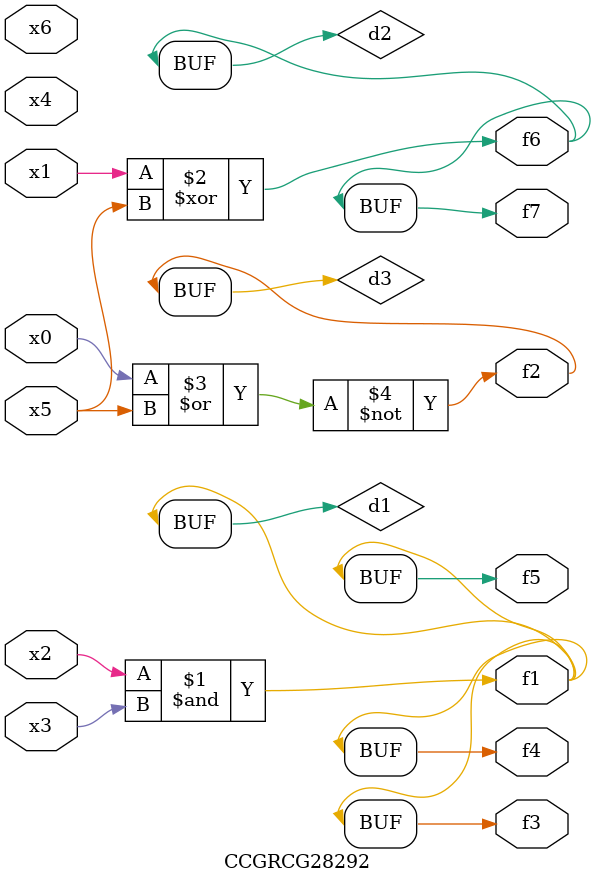
<source format=v>
module CCGRCG28292(
	input x0, x1, x2, x3, x4, x5, x6,
	output f1, f2, f3, f4, f5, f6, f7
);

	wire d1, d2, d3;

	and (d1, x2, x3);
	xor (d2, x1, x5);
	nor (d3, x0, x5);
	assign f1 = d1;
	assign f2 = d3;
	assign f3 = d1;
	assign f4 = d1;
	assign f5 = d1;
	assign f6 = d2;
	assign f7 = d2;
endmodule

</source>
